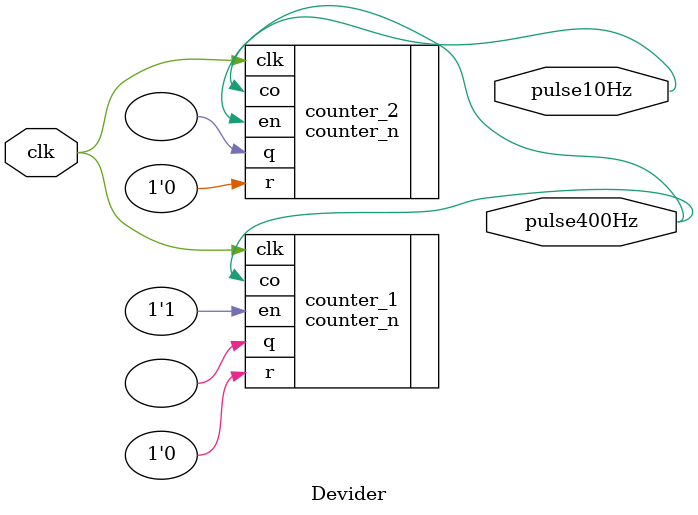
<source format=v>
module Devider(clk,pulse400Hz,pulse10Hz);
//Declaration
parameter sim=1'b0;
input   clk;
output  pulse400Hz,pulse10Hz;
//Achievement
counter_n #(.n(sim ? 2:250000),.counter_bits(sim ? 2:18))counter_1(.clk(clk),.r(1'b0),.en(1'b1),.co(pulse400Hz),.q());
counter_n #(.n(sim ? 10:40),.counter_bits(sim ? 4:6))counter_2(.clk(clk),.r(1'b0),.en(pulse400Hz),.co(pulse10Hz),.q());

endmodule

</source>
